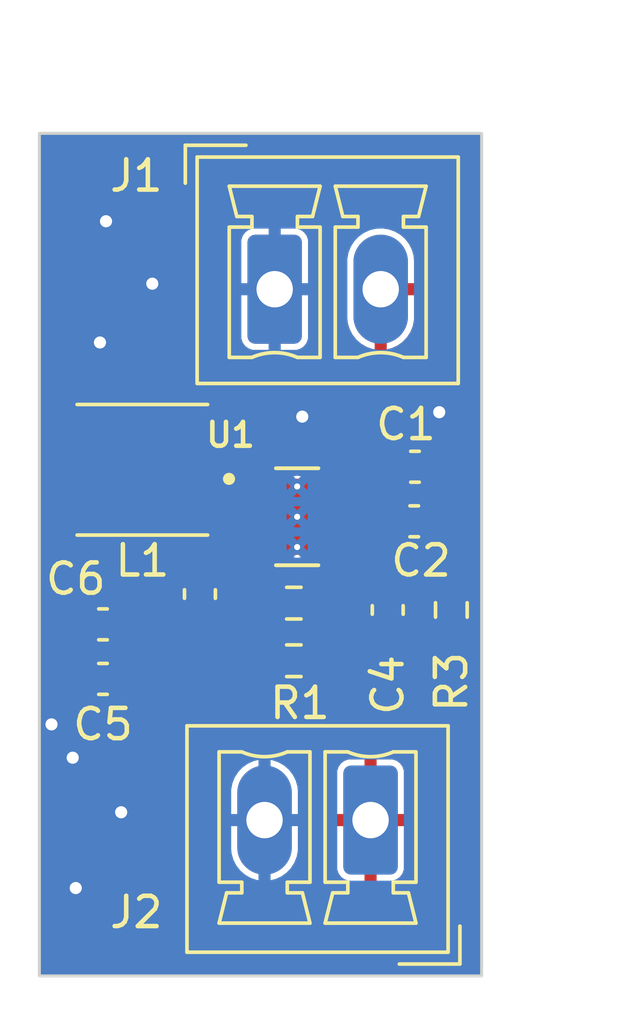
<source format=kicad_pcb>
(kicad_pcb (version 20221018) (generator pcbnew)
  (layers (0 "F.Cu" signal) (1 "In1.Cu" signal) (2 "In2.Cu" signal) (31 "B.Cu" signal) (34 "B.Paste" user) (35 "F.Paste" user) (36 "B.SilkS" user "B.Silkscreen") (37 "F.SilkS" user "F.Silkscreen") (38 "B.Mask" user) (39 "F.Mask" user) (44 "Edge.Cuts" user))
  (net 0 "")
  (net 1 "/Vin")
  (net 2 "GND")
  (net 3 "Net-(U1-BOOT)")
  (net 4 "/Vout")
  (net 5 "Net-(C4-Pad1)")
  (net 6 "Net-(U1-FB)")
  (net 7 "Net-(J2-Pin_1)")
  (footprint "Resistor_SMD:R_0603_1608Metric" (layer "F.Cu") (at 114 80.325 90)
    (fp_text reference "R3" (at -2.375 0 90) (layer "F.SilkS"))
    (fp_text value "1k" hide)
    (fp_line (start -0.237258 -0.5225) (end 0.237258 -0.5225) (stroke (width 0.12)) (layer "F.SilkS"))
    (fp_line (start -0.237258 0.5225) (end 0.237258 0.5225) (stroke (width 0.12)) (layer "F.SilkS"))
    (pad "1" smd roundrect (at -0.825 0 90) (size 0.8 0.95) (layers "F.Cu" "F.Paste" "F.Mask") (net 7 "Net-(J2-Pin_1)"))
    (pad "2" smd roundrect (at 0.825 0 90) (size 0.8 0.95) (layers "F.Cu" "F.Paste" "F.Mask") (net 5 "Net-(C4-Pad1)"))
  )
  (footprint "Capacitor_SMD:C_0603_1608Metric" (layer "F.Cu") (at 102.5 80.8 180)
    (fp_text reference "C6" (at 0.9 1.5) (layer "F.SilkS"))
    (fp_text value "33uF" hide)
    (fp_line (start -0.14058 -0.51) (end 0.14058 -0.51) (stroke (width 0.12)) (layer "F.SilkS"))
    (fp_line (start -0.14058 0.51) (end 0.14058 0.51) (stroke (width 0.12)) (layer "F.SilkS"))
    (pad "1" smd roundrect (at -0.775 0 180) (size 0.9 0.95) (layers "F.Cu" "F.Paste" "F.Mask") (net 7 "Net-(J2-Pin_1)"))
    (pad "2" smd roundrect (at 0.775 0 180) (size 0.9 0.95) (layers "F.Cu" "F.Paste" "F.Mask") (net 2 "GND"))
  )
  (footprint "Resistor_SMD:R_0603_1608Metric" (layer "F.Cu") (at 108.8 82)
    (fp_text reference "R1" (at 0.2 1.4) (layer "F.SilkS"))
    (fp_text value "100k" hide)
    (fp_line (start -0.237258 -0.5225) (end 0.237258 -0.5225) (stroke (width 0.12)) (layer "F.SilkS"))
    (fp_line (start -0.237258 0.5225) (end 0.237258 0.5225) (stroke (width 0.12)) (layer "F.SilkS"))
    (pad "1" smd roundrect (at -0.825 0) (size 0.8 0.95) (layers "F.Cu" "F.Paste" "F.Mask") (net 7 "Net-(J2-Pin_1)"))
    (pad "2" smd roundrect (at 0.825 0) (size 0.8 0.95) (layers "F.Cu" "F.Paste" "F.Mask") (net 6 "Net-(U1-FB)"))
  )
  (footprint "Capacitor_SMD:C_0603_1608Metric" (layer "F.Cu") (at 111.9 80.325 90)
    (fp_text reference "C4" (at -2.475 0 90) (layer "F.SilkS"))
    (fp_text value "33pF" hide)
    (fp_line (start -0.14058 -0.51) (end 0.14058 -0.51) (stroke (width 0.12)) (layer "F.SilkS"))
    (fp_line (start -0.14058 0.51) (end 0.14058 0.51) (stroke (width 0.12)) (layer "F.SilkS"))
    (pad "1" smd roundrect (at -0.775 0 90) (size 0.9 0.95) (layers "F.Cu" "F.Paste" "F.Mask") (net 5 "Net-(C4-Pad1)"))
    (pad "2" smd roundrect (at 0.775 0 90) (size 0.9 0.95) (layers "F.Cu" "F.Paste" "F.Mask") (net 6 "Net-(U1-FB)"))
  )
  (footprint "Connector_Phoenix_MC:PhoenixContact_MCV_1,5_2-G-3.5_1x02_P3.50mm_Vertical" (layer "F.Cu") (at 108.1675 69.7425)
    (fp_text reference "J1" (at -4.5675 -3.7425) (layer "F.SilkS"))
    (fp_text value "Screw_Terminal_01x02" hide)
    (fp_line (start -2.95 -4.75) (end -0.95 -4.75) (stroke (width 0.12)) (layer "F.SilkS"))
    (fp_line (start -2.95 -3.5) (end -2.95 -4.75) (stroke (width 0.12)) (layer "F.SilkS"))
    (fp_line (start -2.56 -4.36) (end -2.56 3.11) (stroke (width 0.12)) (layer "F.SilkS"))
    (fp_line (start -2.56 3.11) (end 6.06 3.11) (stroke (width 0.12)) (layer "F.SilkS"))
    (fp_line (start -1.5 -3.4) (end 1.5 -3.4) (stroke (width 0.12)) (layer "F.SilkS"))
    (fp_line (start -1.5 -2.05) (end -0.75 -2.05) (stroke (width 0.12)) (layer "F.SilkS"))
    (fp_line (start -1.5 2.25) (end -1.5 -2.05) (stroke (width 0.12)) (layer "F.SilkS"))
    (fp_line (start -1.25 -2.4) (end -1.5 -3.4) (stroke (width 0.12)) (layer "F.SilkS"))
    (fp_line (start -0.75 -2.4) (end -1.25 -2.4) (stroke (width 0.12)) (layer "F.SilkS"))
    (fp_line (start -0.75 -2.05) (end -0.75 -2.4) (stroke (width 0.12)) (layer "F.SilkS"))
    (fp_line (start -0.75 2.25) (end -1.5 2.25) (stroke (width 0.12)) (layer "F.SilkS"))
    (fp_line (start 0.75 -2.4) (end 0.75 -2.05) (stroke (width 0.12)) (layer "F.SilkS"))
    (fp_line (start 0.75 -2.05) (end 1.5 -2.05) (stroke (width 0.12)) (layer "F.SilkS"))
    (fp_line (start 1.25 -2.4) (end 0.75 -2.4) (stroke (width 0.12)) (layer "F.SilkS"))
    (fp_line (start 1.5 -3.4) (end 1.25 -2.4) (stroke (width 0.12)) (layer "F.SilkS"))
    (fp_line (start 1.5 -2.05) (end 1.5 2.25) (stroke (width 0.12)) (layer "F.SilkS"))
    (fp_line (start 1.5 2.25) (end 0.75 2.25) (stroke (width 0.12)) (layer "F.SilkS"))
    (fp_line (start 2 -3.4) (end 5 -3.4) (stroke (width 0.12)) (layer "F.SilkS"))
    (fp_line (start 2 -2.05) (end 2.75 -2.05) (stroke (width 0.12)) (layer "F.SilkS"))
    (fp_line (start 2 2.25) (end 2 -2.05) (stroke (width 0.12)) (layer "F.SilkS"))
    (fp_line (start 2.25 -2.4) (end 2 -3.4) (stroke (width 0.12)) (layer "F.SilkS"))
    (fp_line (start 2.75 -2.4) (end 2.25 -2.4) (stroke (width 0.12)) (layer "F.SilkS"))
    (fp_line (start 2.75 -2.05) (end 2.75 -2.4) (stroke (width 0.12)) (layer "F.SilkS"))
    (fp_line (start 2.75 2.25) (end 2 2.25) (stroke (width 0.12)) (layer "F.SilkS"))
    (fp_line (start 4.25 -2.4) (end 4.25 -2.05) (stroke (width 0.12)) (layer "F.SilkS"))
    (fp_line (start 4.25 -2.05) (end 5 -2.05) (stroke (width 0.12)) (layer "F.SilkS"))
    (fp_line (start 4.75 -2.4) (end 4.25 -2.4) (stroke (width 0.12)) (layer "F.SilkS"))
    (fp_line (start 5 -3.4) (end 4.75 -2.4) (stroke (width 0.12)) (layer "F.SilkS"))
    (fp_line (start 5 -2.05) (end 5 2.25) (stroke (width 0.12)) (layer "F.SilkS"))
    (fp_line (start 5 2.25) (end 4.25 2.25) (stroke (width 0.12)) (layer "F.SilkS"))
    (fp_line (start 6.06 -4.36) (end -2.56 -4.36) (stroke (width 0.12)) (layer "F.SilkS"))
    (fp_line (start 6.06 3.11) (end 6.06 -4.36) (stroke (width 0.12)) (layer "F.SilkS"))
    (fp_arc (start -0.75 2.25) (mid -0.000193 2.09191) (end 0.749647 2.249844) (stroke (width 0.12)) (layer "F.SilkS"))
    (fp_arc (start 2.75 2.25) (mid 3.499807 2.09191) (end 4.249647 2.249844) (stroke (width 0.12)) (layer "F.SilkS"))
    (pad "1" thru_hole roundrect (at 0 0) (size 1.8 3.6) (drill 1.2) (layers "*.Cu" "*.Mask") (roundrect_rratio 0.138889) (net 2 "GND"))
    (pad "2" thru_hole oval (at 3.5 0) (size 1.8 3.6) (drill 1.2) (layers "*.Cu" "*.Mask") (net 1 "/Vin"))
  )
  (footprint "Capacitor_SMD:C_0603_1608Metric" (layer "F.Cu") (at 105.7 79.8 90)
    (fp_text reference "C3" hide)
    (fp_text value "0.1uF" hide)
    (fp_line (start -0.14058 -0.51) (end 0.14058 -0.51) (stroke (width 0.12)) (layer "F.SilkS"))
    (fp_line (start -0.14058 0.51) (end 0.14058 0.51) (stroke (width 0.12)) (layer "F.SilkS"))
    (pad "1" smd roundrect (at -0.775 0 90) (size 0.9 0.95) (layers "F.Cu" "F.Paste" "F.Mask") (net 3 "Net-(U1-BOOT)"))
    (pad "2" smd roundrect (at 0.775 0 90) (size 0.9 0.95) (layers "F.Cu" "F.Paste" "F.Mask") (net 4 "/Vout"))
  )
  (footprint "Capacitor_SMD:C_0603_1608Metric" (layer "F.Cu") (at 112.8 75.6)
    (fp_text reference "C1" (at -0.3 -1.4) (layer "F.SilkS"))
    (fp_text value "4.7uF" hide)
    (fp_line (start -0.14058 -0.51) (end 0.14058 -0.51) (stroke (width 0.12)) (layer "F.SilkS"))
    (fp_line (start -0.14058 0.51) (end 0.14058 0.51) (stroke (width 0.12)) (layer "F.SilkS"))
    (pad "1" smd roundrect (at -0.775 0) (size 0.9 0.95) (layers "F.Cu" "F.Paste" "F.Mask") (net 1 "/Vin"))
    (pad "2" smd roundrect (at 0.775 0) (size 0.9 0.95) (layers "F.Cu" "F.Paste" "F.Mask") (net 2 "GND"))
  )
  (footprint "Inductor_SMD:L_Coilcraft_XxL4020" (layer "F.Cu") (at 103.8 75.7 180)
    (fp_text reference "L1" (at 0 -3) (layer "F.SilkS"))
    (fp_text value "7.4uH" hide)
    (fp_line (start -2.154 -2.154) (end 2.154 -2.154) (stroke (width 0.12)) (layer "F.SilkS"))
    (fp_line (start 2.154 2.154) (end -2.154 2.154) (stroke (width 0.12)) (layer "F.SilkS"))
    (pad "1" smd rect (at -1.185 0 180) (size 0.98 3.4) (layers "F.Cu" "F.Paste" "F.Mask") (net 4 "/Vout"))
    (pad "2" smd rect (at 1.185 0 180) (size 0.98 3.4) (layers "F.Cu" "F.Paste" "F.Mask") (net 7 "Net-(J2-Pin_1)"))
  )
  (footprint "LMR51450SDRRR (1):CONV_LMR51450SDRRR" (layer "F.Cu") (at 108.91 77.25)
    (fp_text reference "U1" (at -2.2 -2.7) (layer "F.SilkS") (effects (font (size 0.787402 0.787402))))
    (fp_text value "LMR")
    (fp_line (start -0.7 -1.6) (end 0.7 -1.6) (stroke (width 0.127)) (layer "F.SilkS"))
    (fp_line (start -0.7 1.6) (end 0.7 1.6) (stroke (width 0.127)) (layer "F.SilkS"))
    (fp_circle (center -2.25 -1.25) (end -2.15 -1.25) (stroke (width 0.2)) (fill none) (layer "F.SilkS"))
    (pad "1" smd roundrect (at -1.39 -1.25) (size 0.62 0.25) (layers "F.Cu" "F.Paste") (roundrect_rratio 0.2) (net 4 "/Vout"))
    (pad "2" smd roundrect (at -1.39 -0.75) (size 0.62 0.25) (layers "F.Cu" "F.Paste") (roundrect_rratio 0.2) (net 4 "/Vout"))
    (pad "3" smd roundrect (at -1.39 -0.25) (size 0.62 0.25) (layers "F.Cu" "F.Paste") (roundrect_rratio 0.2) (net 4 "/Vout"))
    (pad "4" smd roundrect (at -1.39 0.25) (size 0.62 0.25) (layers "F.Cu" "F.Paste") (roundrect_rratio 0.2) (net 3 "Net-(U1-BOOT)"))
    (pad "5" smd roundrect (at -1.39 0.75) (size 0.62 0.25) (layers "F.Cu" "F.Paste") (roundrect_rratio 0.2))
    (pad "6" smd roundrect (at -1.39 1.25) (size 0.62 0.25) (layers "F.Cu" "F.Paste") (roundrect_rratio 0.2))
    (pad "7" smd roundrect (at 1.39 1.25) (size 0.62 0.25) (layers "F.Cu" "F.Paste") (roundrect_rratio 0.2) (net 6 "Net-(U1-FB)"))
    (pad "8" smd roundrect (at 1.39 0.75) (size 0.62 0.25) (layers "F.Cu" "F.Paste") (roundrect_rratio 0.2) (net 2 "GND"))
    (pad "9" smd roundrect (at 1.39 0.25) (size 0.62 0.25) (layers "F.Cu" "F.Paste") (roundrect_rratio 0.2) (net 1 "/Vin"))
    (pad "10" smd roundrect (at 1.39 -0.25) (size 0.62 0.25) (layers "F.Cu" "F.Paste") (roundrect_rratio 0.2) (net 1 "/Vin"))
    (pad "11" smd roundrect (at 1.39 -0.75) (size 0.62 0.25) (layers "F.Cu" "F.Paste") (roundrect_rratio 0.2) (net 1 "/Vin"))
    (pad "12" smd roundrect (at 1.39 -1.25) (size 0.62 0.25) (layers "F.Cu" "F.Paste") (roundrect_rratio 0.2) (net 1 "/Vin"))
    (pad "13" smd custom (at 0 0) (size 0.5 0.5) (layers "F.Cu") (net 2 "GND") (options (clearance outline) (anchor rect)) (primitives (gr_poly (pts (xy -0.65 -1.2) (xy -0.65 1.2) (xy -0.65 1.203) (xy -0.65 1.205) (xy -0.649 1.208) (xy -0.649 1.21) (xy -0.648 1.213) (xy -0.648 1.215) (xy -0.647 1.218) (xy -0.646 1.22) (xy -0.645 1.223) (xy -0.643 1.225) (xy -0.642 1.227) (xy -0.64 1.229) (xy -0.639 1.231) (xy -0.637 1.233) (xy -0.635 1.235) (xy -0.633 1.237) (xy -0.631 1.239) (xy -0.629 1.24) (xy -0.627 1.242) (xy -0.625 1.243) (xy -0.623 1.245) (xy -0.62 1.246) (xy -0.618 1.247) (xy -0.615 1.248) (xy -0.613 1.248) (xy -0.61 1.249) (xy -0.608 1.249) (xy -0.605 1.25) (xy -0.603 1.25) (xy -0.6 1.25) (xy 0.6 1.25) (xy 0.603 1.25) (xy 0.605 1.25) (xy 0.608 1.249) (xy 0.61 1.249) (xy 0.613 1.248) (xy 0.615 1.248) (xy 0.618 1.247) (xy 0.62 1.246) (xy 0.623 1.245) (xy 0.625 1.243) (xy 0.627 1.242) (xy 0.629 1.24) (xy 0.631 1.239) (xy 0.633 1.237) (xy 0.635 1.235) (xy 0.637 1.233) (xy 0.639 1.231) (xy 0.64 1.229) (xy 0.642 1.227) (xy 0.643 1.225) (xy 0.645 1.223) (xy 0.646 1.22) (xy 0.647 1.218) (xy 0.648 1.215) (xy 0.648 1.213) (xy 0.649 1.21) (xy 0.649 1.208) (xy 0.65 1.205) (xy 0.65 1.203) (xy 0.65 1.2) (xy 0.65 -1.2) (xy 0.65 -1.203) (xy 0.65 -1.205) (xy 0.649 -1.208) (xy 0.649 -1.21) (xy 0.648 -1.213) (xy 0.648 -1.215) (xy 0.647 -1.218) (xy 0.646 -1.22) (xy 0.645 -1.223) (xy 0.643 -1.225) (xy 0.642 -1.227) (xy 0.64 -1.229) (xy 0.639 -1.231) (xy 0.637 -1.233) (xy 0.635 -1.235) (xy 0.633 -1.237) (xy 0.631 -1.239) (xy 0.629 -1.24) (xy 0.627 -1.242) (xy 0.625 -1.243) (xy 0.623 -1.245) (xy 0.62 -1.246) (xy 0.618 -1.247) (xy 0.615 -1.248) (xy 0.613 -1.248) (xy 0.61 -1.249) (xy 0.608 -1.249) (xy 0.605 -1.25) (xy 0.603 -1.25) (xy 0.6 -1.25) (xy -0.6 -1.25) (xy -0.603 -1.25) (xy -0.605 -1.25) (xy -0.608 -1.249) (xy -0.61 -1.249) (xy -0.613 -1.248) (xy -0.615 -1.248) (xy -0.618 -1.247) (xy -0.62 -1.246) (xy -0.623 -1.245) (xy -0.625 -1.243) (xy -0.627 -1.242) (xy -0.629 -1.24) (xy -0.631 -1.239) (xy -0.633 -1.237) (xy -0.635 -1.235) (xy -0.637 -1.233) (xy -0.639 -1.231) (xy -0.64 -1.229) (xy -0.642 -1.227) (xy -0.643 -1.225) (xy -0.645 -1.223) (xy -0.646 -1.22) (xy -0.647 -1.218) (xy -0.648 -1.215) (xy -0.648 -1.213) (xy -0.649 -1.21) (xy -0.649 -1.208) (xy -0.65 -1.205) (xy -0.65 -1.203) (xy -0.65 -1.2)) (width 0.01) (fill yes))))
    (pad "14" thru_hole circle (at 0 -1) (size 0.3 0.3) (drill 0.2) (layers "*.Cu") (net 2 "GND"))
    (pad "15" thru_hole circle (at 0 0) (size 0.3 0.3) (drill 0.2) (layers "*.Cu") (net 2 "GND"))
    (pad "16" thru_hole circle (at 0 1) (size 0.3 0.3) (drill 0.2) (layers "*.Cu") (net 2 "GND"))
  )
  (footprint "Resistor_SMD:R_0603_1608Metric" (layer "F.Cu") (at 108.8 80.1 180)
    (fp_text reference "R2" hide)
    (fp_text value "11.8k" hide)
    (fp_line (start -0.237258 -0.5225) (end 0.237258 -0.5225) (stroke (width 0.12)) (layer "F.SilkS"))
    (fp_line (start -0.237258 0.5225) (end 0.237258 0.5225) (stroke (width 0.12)) (layer "F.SilkS"))
    (pad "1" smd roundrect (at -0.825 0 180) (size 0.8 0.95) (layers "F.Cu" "F.Paste" "F.Mask") (net 6 "Net-(U1-FB)"))
    (pad "2" smd roundrect (at 0.825 0 180) (size 0.8 0.95) (layers "F.Cu" "F.Paste" "F.Mask") (net 2 "GND"))
  )
  (footprint "Capacitor_SMD:C_0603_1608Metric" (layer "F.Cu") (at 102.5 82.6 180)
    (fp_text reference "C5" (at 0 -1.5) (layer "F.SilkS"))
    (fp_text value "33uF" hide)
    (fp_line (start -0.14058 -0.51) (end 0.14058 -0.51) (stroke (width 0.12)) (layer "F.SilkS"))
    (fp_line (start -0.14058 0.51) (end 0.14058 0.51) (stroke (width 0.12)) (layer "F.SilkS"))
    (pad "1" smd roundrect (at -0.775 0 180) (size 0.9 0.95) (layers "F.Cu" "F.Paste" "F.Mask") (net 7 "Net-(J2-Pin_1)"))
    (pad "2" smd roundrect (at 0.775 0 180) (size 0.9 0.95) (layers "F.Cu" "F.Paste" "F.Mask") (net 2 "GND"))
  )
  (footprint "Connector_Phoenix_MC:PhoenixContact_MCV_1,5_2-G-3.5_1x02_P3.50mm_Vertical" (layer "F.Cu") (at 111.3325 87.2575 180)
    (fp_text reference "J2" (at 7.7325 -3.0425) (layer "F.SilkS"))
    (fp_text value "Screw_Terminal_01x02" hide)
    (fp_line (start -2.95 -4.75) (end -0.95 -4.75) (stroke (width 0.12)) (layer "F.SilkS"))
    (fp_line (start -2.95 -3.5) (end -2.95 -4.75) (stroke (width 0.12)) (layer "F.SilkS"))
    (fp_line (start -2.56 -4.36) (end -2.56 3.11) (stroke (width 0.12)) (layer "F.SilkS"))
    (fp_line (start -2.56 3.11) (end 6.06 3.11) (stroke (width 0.12)) (layer "F.SilkS"))
    (fp_line (start -1.5 -3.4) (end 1.5 -3.4) (stroke (width 0.12)) (layer "F.SilkS"))
    (fp_line (start -1.5 -2.05) (end -0.75 -2.05) (stroke (width 0.12)) (layer "F.SilkS"))
    (fp_line (start -1.5 2.25) (end -1.5 -2.05) (stroke (width 0.12)) (layer "F.SilkS"))
    (fp_line (start -1.25 -2.4) (end -1.5 -3.4) (stroke (width 0.12)) (layer "F.SilkS"))
    (fp_line (start -0.75 -2.4) (end -1.25 -2.4) (stroke (width 0.12)) (layer "F.SilkS"))
    (fp_line (start -0.75 -2.05) (end -0.75 -2.4) (stroke (width 0.12)) (layer "F.SilkS"))
    (fp_line (start -0.75 2.25) (end -1.5 2.25) (stroke (width 0.12)) (layer "F.SilkS"))
    (fp_line (start 0.75 -2.4) (end 0.75 -2.05) (stroke (width 0.12)) (layer "F.SilkS"))
    (fp_line (start 0.75 -2.05) (end 1.5 -2.05) (stroke (width 0.12)) (layer "F.SilkS"))
    (fp_line (start 1.25 -2.4) (end 0.75 -2.4) (stroke (width 0.12)) (layer "F.SilkS"))
    (fp_line (start 1.5 -3.4) (end 1.25 -2.4) (stroke (width 0.12)) (layer "F.SilkS"))
    (fp_line (start 1.5 -2.05) (end 1.5 2.25) (stroke (width 0.12)) (layer "F.SilkS"))
    (fp_line (start 1.5 2.25) (end 0.75 2.25) (stroke (width 0.12)) (layer "F.SilkS"))
    (fp_line (start 2 -3.4) (end 5 -3.4) (stroke (width 0.12)) (layer "F.SilkS"))
    (fp_line (start 2 -2.05) (end 2.75 -2.05) (stroke (width 0.12)) (layer "F.SilkS"))
    (fp_line (start 2 2.25) (end 2 -2.05) (stroke (width 0.12)) (layer "F.SilkS"))
    (fp_line (start 2.25 -2.4) (end 2 -3.4) (stroke (width 0.12)) (layer "F.SilkS"))
    (fp_line (start 2.75 -2.4) (end 2.25 -2.4) (stroke (width 0.12)) (layer "F.SilkS"))
    (fp_line (start 2.75 -2.05) (end 2.75 -2.4) (stroke (width 0.12)) (layer "F.SilkS"))
    (fp_line (start 2.75 2.25) (end 2 2.25) (stroke (width 0.12)) (layer "F.SilkS"))
    (fp_line (start 4.25 -2.4) (end 4.25 -2.05) (stroke (width 0.12)) (layer "F.SilkS"))
    (fp_line (start 4.25 -2.05) (end 5 -2.05) (stroke (width 0.12)) (layer "F.SilkS"))
    (fp_line (start 4.75 -2.4) (end 4.25 -2.4) (stroke (width 0.12)) (layer "F.SilkS"))
    (fp_line (start 5 -3.4) (end 4.75 -2.4) (stroke (width 0.12)) (layer "F.SilkS"))
    (fp_line (start 5 -2.05) (end 5 2.25) (stroke (width 0.12)) (layer "F.SilkS"))
    (fp_line (start 5 2.25) (end 4.25 2.25) (stroke (width 0.12)) (layer "F.SilkS"))
    (fp_line (start 6.06 -4.36) (end -2.56 -4.36) (stroke (width 0.12)) (layer "F.SilkS"))
    (fp_line (start 6.06 3.11) (end 6.06 -4.36) (stroke (width 0.12)) (layer "F.SilkS"))
    (fp_arc (start -0.75 2.25) (mid -0.000193 2.09191) (end 0.749647 2.249844) (stroke (width 0.12)) (layer "F.SilkS"))
    (fp_arc (start 2.75 2.25) (mid 3.499807 2.09191) (end 4.249647 2.249844) (stroke (width 0.12)) (layer "F.SilkS"))
    (pad "1" thru_hole roundrect (at 0 0 180) (size 1.8 3.6) (drill 1.2) (layers "*.Cu" "*.Mask") (roundrect_rratio 0.138889) (net 7 "Net-(J2-Pin_1)"))
    (pad "2" thru_hole oval (at 3.5 0 180) (size 1.8 3.6) (drill 1.2) (layers "*.Cu" "*.Mask") (net 2 "GND"))
  )
  (footprint "Capacitor_SMD:C_0603_1608Metric" (layer "F.Cu") (at 112.775 77.4)
    (fp_text reference "C2" (at 0.225 1.3) (layer "F.SilkS"))
    (fp_text value "4.7uF" hide)
    (fp_line (start -0.14058 -0.51) (end 0.14058 -0.51) (stroke (width 0.12)) (layer "F.SilkS"))
    (fp_line (start -0.14058 0.51) (end 0.14058 0.51) (stroke (width 0.12)) (layer "F.SilkS"))
    (pad "1" smd roundrect (at -0.775 0) (size 0.9 0.95) (layers "F.Cu" "F.Paste" "F.Mask") (net 1 "/Vin"))
    (pad "2" smd roundrect (at 0.775 0) (size 0.9 0.95) (layers "F.Cu" "F.Paste" "F.Mask") (net 2 "GND"))
  )
  (gr_rect (start 100.4 64.6) (end 115 92.4) (stroke (width 0.1)) (fill none) (layer "Edge.Cuts"))
  (segment (start 111.925 75.7) (end 112.025 75.6) (width 0.25) (layer "F.Cu") (net 1))
  (segment (start 101.725 83.175) (end 100.8 84.1) (width 0.25) (layer "F.Cu") (net 2))
  (segment (start 113.55 75.625) (end 113.575 75.6) (width 0.25) (layer "F.Cu") (net 2))
  (segment (start 101.8 80.8) (end 101.9 80.9) (width 0.25) (layer "F.Cu") (net 2))
  (segment (start 108.155 78.005) (end 108.435 77.725) (width 0.25) (layer "F.Cu") (net 2))
  (segment (start 113.475 75.7) (end 113.575 75.6) (width 0.25) (layer "F.Cu") (net 2))
  (segment (start 110.3 78) (end 109.66 78) (width 0.25) (layer "F.Cu") (net 2))
  (segment (start 101.725 80.8) (end 101.8 80.8) (width 0.25) (layer "F.Cu") (net 2))
  (segment (start 108.435 74.589904) (end 108.435 76.775001) (width 0.25) (layer "F.Cu") (net 2))
  (segment (start 101.725 80.8) (end 101.725 82.6) (width 0.25) (layer "F.Cu") (net 2))
  (segment (start 109.66 78) (end 109.245876 77.585876) (width 0.25) (layer "F.Cu") (net 2))
  (segment (start 113.55 77.4) (end 113.55 75.625) (width 0.25) (layer "F.Cu") (net 2))
  (segment (start 113.6 73.8) (end 113.6 75.575) (width 0.25) (layer "F.Cu") (net 2))
  (segment (start 109.078414 73.94649) (end 108.435 74.589904) (width 0.25) (layer "F.Cu") (net 2))
  (segment (start 101.725 82.6) (end 101.725 83.175) (width 0.25) (layer "F.Cu") (net 2))
  (segment (start 113.65 73.85) (end 113.6 73.8) (width 0.25) (layer "F.Cu") (net 2))
  (segment (start 113.6 75.575) (end 113.575 75.6) (width 0.25) (layer "F.Cu") (net 2))
  (segment (start 108.435 76.775001) (end 108.574124 76.914124) (width 0.25) (layer "F.Cu") (net 2))
  (segment (start 108.155 79.92) (end 108.155 78.005) (width 0.25) (layer "F.Cu") (net 2))
  (segment (start 107.975 80.1) (end 108.155 79.92) (width 0.25) (layer "F.Cu") (net 2))
  (via (at 100.8 84.1) (size 0.8) (drill 0.4) (layers "F.Cu" "B.Cu") (net 2))
  (via (at 102.6 67.5) (size 0.8) (drill 0.4) (layers "F.Cu" "B.Cu") (net 2))
  (via (at 109.078414 73.94649) (size 0.8) (drill 0.4) (layers "F.Cu" "B.Cu") (net 2))
  (via (at 103.1 87) (size 0.8) (drill 0.4) (layers "F.Cu" "B.Cu") (net 2))
  (via (at 102.4 71.5) (size 0.8) (drill 0.4) (layers "F.Cu" "B.Cu") (net 2))
  (via (at 101.5 85.2) (size 0.8) (drill 0.4) (layers "F.Cu" "B.Cu") (net 2))
  (via (at 104.127707 69.56003) (size 0.8) (drill 0.4) (layers "F.Cu" "B.Cu") (net 2))
  (via (at 113.6 73.8) (size 0.8) (drill 0.4) (layers "F.Cu" "B.Cu") (net 2))
  (via (at 101.6 89.5) (size 0.8) (drill 0.4) (layers "F.Cu" "B.Cu") (net 2))
  (segment (start 107.153284 77.5) (end 106.7 77.953284) (width 0.25) (layer "F.Cu") (net 3))
  (segment (start 106.7 77.953284) (end 106.7 79.575) (width 0.25) (layer "F.Cu") (net 3))
  (segment (start 106.7 79.575) (end 105.7 80.575) (width 0.25) (layer "F.Cu") (net 3))
  (segment (start 107.52 77.5) (end 107.153284 77.5) (width 0.25) (layer "F.Cu") (net 3))
  (segment (start 105.7 78.953284) (end 105.7 79.175) (width 0.25) (layer "F.Cu") (net 4))
  (segment (start 113.5 79.5) (end 111.9 81.1) (width 0.5) (layer "F.Cu") (net 5))
  (segment (start 114 79.5) (end 113.5 79.5) (width 0.25) (layer "F.Cu") (net 5))
  (segment (start 111.9 79.55) (end 111.35 79.55) (width 0.25) (layer "F.Cu") (net 6))
  (segment (start 109.625 82) (end 109.625 80.1) (width 0.5) (layer "F.Cu") (net 6))
  (segment (start 109.625 80.1) (end 109.625 79.375) (width 0.5) (layer "F.Cu") (net 6))
  (segment (start 109.625 79.375) (end 110.4 78.6) (width 0.5) (layer "F.Cu") (net 6))
  (segment (start 110.4 78.6) (end 110.3 78.5) (width 0.25) (layer "F.Cu") (net 6))
  (segment (start 111.35 79.55) (end 110.4 78.6) (width 0.5) (layer "F.Cu") (net 6))
  (segment (start 102.615 74.49) (end 102.615 75.7) (width 0.25) (layer "F.Cu") (net 7))
  (segment (start 108.775 82.8) (end 107.975 82) (width 0.25) (layer "F.Cu") (net 7))
  (segment (start 111.3325 87.2575) (end 111.3325 85.3575) (width 0.25) (layer "F.Cu") (net 7))
  (zone (net 4) (net_name "/Vout") (layer "F.Cu") (connect_pads (clearance 0.2)) (min_thickness 0.2) (fill yes (thermal_gap 0.2) (thermal_bridge_width 0.4))
    (polygon (pts (xy 106.9 73.8) (xy 107 75) (xy 107.9 75) (xy 107.9 77.2) (xy 106.4 77.3) (xy 106.4 79.8) (xy 104.4 79.8) (xy 104.3 73.8) (xy 104.6 73.8)))
  )
  (zone (net 7) (net_name "Net-(J2-Pin_1)") (layer "F.Cu") (priority 4) (connect_pads (clearance 0.2)) (min_thickness 0.2) (fill yes (thermal_gap 0.2) (thermal_bridge_width 0.4))
    (polygon (pts (xy 107.3 81.2) (xy 108.5 81.2) (xy 108.6 82.8) (xy 112.6 82.7) (xy 113.3 80.4) (xy 114.8 80.4) (xy 114.8 81.8) (xy 113.7 83.6) (xy 113.4 91.5) (xy 109.6 91.2) (xy 108.8 84.2) (xy 107.4 83.3)))
  )
  (zone (net 1) (net_name "/Vin") (layer "F.Cu") (priority 1) (connect_pads (clearance 0.2)) (min_thickness 0.2) (fill yes (thermal_gap 0.2) (thermal_bridge_width 0.4))
    (polygon (pts (xy 110.9 67.6) (xy 113.3 67.5) (xy 113.3 78.2) (xy 111.4 78.3) (xy 111 77.7) (xy 109.8 77.6) (xy 109.8 75.7)))
  )
  (zone (net 7) (net_name "Net-(J2-Pin_1)") (layer "F.Cu") (priority 3) (connect_pads (clearance 0.2)) (min_thickness 0.2) (fill yes (thermal_gap 0.2) (thermal_bridge_width 0.4))
    (polygon (pts (xy 107.3 81.2) (xy 108.5 81.2) (xy 108.6 82.8) (xy 107.4 82.8) (xy 107.4 83.3) (xy 102.5 83.3) (xy 102.6 79.8) (xy 101.5 79.8) (xy 101.5 78) (xy 101.5 73.3) (xy 103.5 73.3) (xy 103.5 77.8) (xy 103.6 79.9) (xy 104.2 79.9) (xy 104.1 81.5) (xy 107.3 81.5)))
  )
  (zone (net 2) (net_name "GND") (layer "B.Cu") (priority 2) (connect_pads (clearance 0.2)) (min_thickness 0.2) (fill yes (thermal_gap 0.2) (thermal_bridge_width 0.4))
    (polygon (pts (xy 99.1 60.3) (xy 119.6 60.2) (xy 119.7 94) (xy 99.1 93.9) (xy 99.3 60.4)))
  )
)
</source>
